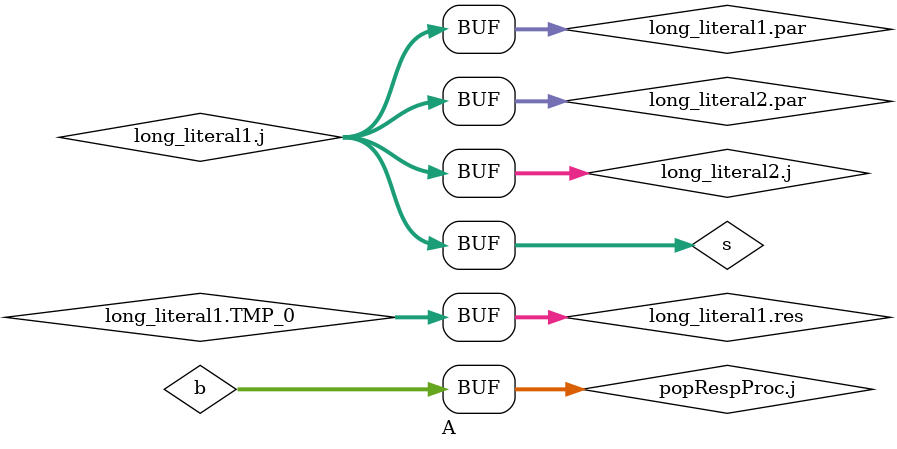
<source format=sv>

module A // "a_mod"
(
);

// Variables generated for SystemC signals
logic signed [31:0] s;
logic [1:0] resp_prior_cntr;
logic a;
logic signed [31:0] b;
logic cg_enable;
logic no_active_request;
logic master_req[3];
logic req_fifo_out_valid[3];

// Local parameters generated for C++ constants
localparam logic [31:0] SLAVE_NUM = 1;
localparam logic [31:0] RESP_PRIORITY = '0;
localparam logic [31:0] ACCESS_POINT_NUM = 3;

//------------------------------------------------------------------------------
// Method process: popRespProc (test_level_error.cpp:57:5) 

always_comb 
begin : popRespProc     // test_level_error.cpp:57:5
    integer j;
    j = b;
    case (j)
    0 : begin
    end
    default : begin
    end
    endcase
end

//------------------------------------------------------------------------------
// Method process: popRespProc2 (test_level_error.cpp:69:5) 

always_comb 
begin : popRespProc2     // test_level_error.cpp:69:5
    logic rsSlave;
    logic rsLocal;
    rsSlave = a;
    rsLocal = a;
    case (0)
    0 : begin
        if (resp_prior_cntr == SLAVE_NUM && rsLocal)
        begin
            rsSlave = '0;
        end
        if (resp_prior_cntr != SLAVE_NUM && rsSlave)
        begin
            rsLocal = '0;
        end
    end
    endcase
end

//------------------------------------------------------------------------------
// Method process: cgEnableProc (test_level_error.cpp:105:5) 

always_comb 
begin : cgEnableProc     // test_level_error.cpp:105:5
    logic masterReq;
    masterReq = '0;
    for (int i = 0; i < ACCESS_POINT_NUM; i++)
    begin
        masterReq = masterReq || master_req[i] || req_fifo_out_valid[i];
    end
    cg_enable = masterReq || !no_active_request;
end

//------------------------------------------------------------------------------
// Method process: long_literal1 (test_level_error.cpp:153:5) 

always_comb 
begin : long_literal1     // test_level_error.cpp:153:5
    integer j;
    integer TMP_0;
    integer par;
    integer res;
    j = s;
    par = j;
    // Call f() begin
    case (par)
    0 : begin
        res = 1;
    end
    1 : begin
        res = 2;
    end
    default : begin
        res = 3;
    end
    endcase
    TMP_0 = res;
    // Call f() end
end

//------------------------------------------------------------------------------
// Method process: long_literal2 (test_level_error.cpp:159:5) 

always_comb 
begin : long_literal2     // test_level_error.cpp:159:5
    integer j;
    integer TMP_0;
    integer par;
    j = s;
    par = j;
    // Call g() begin
    case (par)
    0 : begin
        TMP_0 = 1;
    end
    1 : begin
        TMP_0 = 2;
    end
    default : begin
        TMP_0 = 5;
    end
    endcase
    // Call g() end
end

endmodule



</source>
